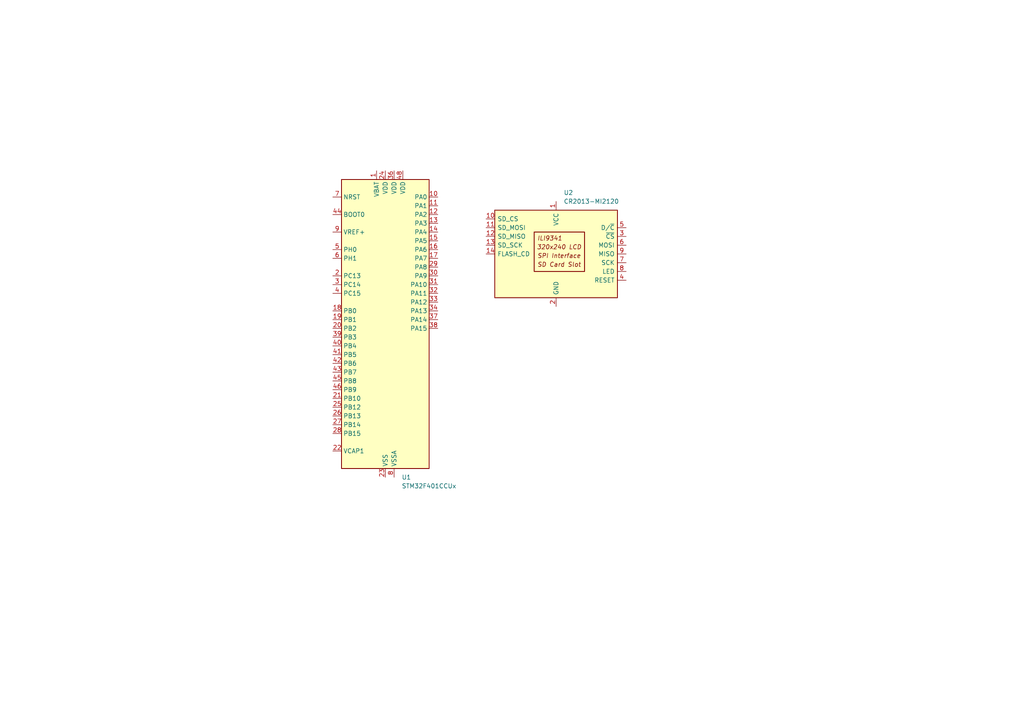
<source format=kicad_sch>
(kicad_sch (version 20231120) (generator "eeschema") (generator_version "8.0")
  (paper "A4")
  (lib_symbols
    (symbol "Driver_Display:CR2013-MI2120" (pin_names (offset 0.762))
      (property "Reference" "U" (at -17.526 13.97 0))
      (property "Value" "CR2013-MI2120" (at 1.905 13.97 0))
      (symbol "CR2013-MI2120_0_0"
        (text "320x240 LCD" (at 0.889 2.032 0) (effects (font (size 1.27 1.27) (italic yes))))
        (text "ILI9341" (at -5.461 4.572 0) (effects (font (size 1.27 1.27) (italic yes)) (justify left)))
        (text "SD Card Slot" (at -5.461 -3.048 0) (effects (font (size 1.27 1.27) (italic yes)) (justify left)))
        (text "SPI Interface" (at -5.461 -0.508 0) (effects (font (size 1.27 1.27) (italic yes)) (justify left)))
      )
      (symbol "CR2013-MI2120_0_1"
        (rectangle (start -17.78 12.7) (end 17.78 -12.7) (stroke (width 0.254)) (fill (type background)))
        (rectangle (start -6.35 6.35) (end 8.255 -5.08) (stroke (width 0.254)))
      )
      (symbol "CR2013-MI2120_1_1"
        (pin power_in line (at 0 15.24 270) (length 2.54) (name "VCC") (number "1"))
        (pin input line (at -20.32 10.16 0) (length 2.54) (name "SD_CS") (number "10"))
        (pin input line (at -20.32 7.62 0) (length 2.54) (name "SD_MOSI") (number "11"))
        (pin output line (at -20.32 5.08 0) (length 2.54) (name "SD_MISO") (number "12"))
        (pin input line (at -20.32 2.54 0) (length 2.54) (name "SD_SCK") (number "13"))
        (pin input line (at -20.32 0 0) (length 2.54) (name "FLASH_CD") (number "14"))
        (pin power_in line (at 0 -15.24 90) (length 2.54) (name "GND") (number "2"))
        (pin input line (at 20.32 5.08 180) (length 2.54) (name "~{CS}") (number "3"))
        (pin input line (at 20.32 -7.62 180) (length 2.54) (name "RESET") (number "4"))
        (pin input line (at 20.32 7.62 180) (length 2.54) (name "D/~{C}") (number "5"))
        (pin input line (at 20.32 2.54 180) (length 2.54) (name "MOSI") (number "6"))
        (pin input line (at 20.32 -2.54 180) (length 2.54) (name "SCK") (number "7"))
        (pin input line (at 20.32 -5.08 180) (length 2.54) (name "LED") (number "8"))
        (pin output line (at 20.32 0 180) (length 2.54) (name "MISO") (number "9"))
      )
    )
    (symbol "MCU_ST_STM32F4:STM32F401CCUx"
      (property "Reference" "U" (at -12.7 44.45 0))
      (property "Value" "STM32F401CCUx" (at 7.62 44.45 0))
      (symbol "STM32F401CCUx_0_1"
        (rectangle (start -12.7 -40.64) (end 12.7 43.18) (stroke (width 0.254)) (fill (type background)))
      )
      (symbol "STM32F401CCUx_1_1"
        (pin power_in line (at -2.54 45.72 270) (length 2.54) (name "VBAT") (number "1"))
        (pin bidirectional line (at 15.24 38.1 180) (length 2.54) (name "PA0") (number "10"))
        (pin bidirectional line (at 15.24 35.56 180) (length 2.54) (name "PA1") (number "11"))
        (pin bidirectional line (at 15.24 33.02 180) (length 2.54) (name "PA2") (number "12"))
        (pin bidirectional line (at 15.24 30.48 180) (length 2.54) (name "PA3") (number "13"))
        (pin bidirectional line (at 15.24 27.94 180) (length 2.54) (name "PA4") (number "14"))
        (pin bidirectional line (at 15.24 25.4 180) (length 2.54) (name "PA5") (number "15"))
        (pin bidirectional line (at 15.24 22.86 180) (length 2.54) (name "PA6") (number "16"))
        (pin bidirectional line (at 15.24 20.32 180) (length 2.54) (name "PA7") (number "17"))
        (pin bidirectional line (at -15.24 5.08 0) (length 2.54) (name "PB0") (number "18"))
        (pin bidirectional line (at -15.24 2.54 0) (length 2.54) (name "PB1") (number "19"))
        (pin bidirectional line (at -15.24 15.24 0) (length 2.54) (name "PC13") (number "2"))
        (pin bidirectional line (at -15.24 0 0) (length 2.54) (name "PB2") (number "20"))
        (pin bidirectional line (at -15.24 -20.32 0) (length 2.54) (name "PB10") (number "21"))
        (pin power_out line (at -15.24 -35.56 0) (length 2.54) (name "VCAP1") (number "22"))
        (pin power_in line (at 0 -43.18 90) (length 2.54) (name "VSS") (number "23"))
        (pin power_in line (at 0 45.72 270) (length 2.54) (name "VDD") (number "24"))
        (pin bidirectional line (at -15.24 -22.86 0) (length 2.54) (name "PB12") (number "25"))
        (pin bidirectional line (at -15.24 -25.4 0) (length 2.54) (name "PB13") (number "26"))
        (pin bidirectional line (at -15.24 -27.94 0) (length 2.54) (name "PB14") (number "27"))
        (pin bidirectional line (at -15.24 -30.48 0) (length 2.54) (name "PB15") (number "28"))
        (pin bidirectional line (at 15.24 17.78 180) (length 2.54) (name "PA8") (number "29"))
        (pin bidirectional line (at -15.24 12.7 0) (length 2.54) (name "PC14") (number "3"))
        (pin bidirectional line (at 15.24 15.24 180) (length 2.54) (name "PA9") (number "30"))
        (pin bidirectional line (at 15.24 12.7 180) (length 2.54) (name "PA10") (number "31"))
        (pin bidirectional line (at 15.24 10.16 180) (length 2.54) (name "PA11") (number "32"))
        (pin bidirectional line (at 15.24 7.62 180) (length 2.54) (name "PA12") (number "33"))
        (pin bidirectional line (at 15.24 5.08 180) (length 2.54) (name "PA13") (number "34"))
        (pin passive line (at 0 -43.18 90) (length 2.54) hide (name "VSS") (number "35"))
        (pin power_in line (at 2.54 45.72 270) (length 2.54) (name "VDD") (number "36"))
        (pin bidirectional line (at 15.24 2.54 180) (length 2.54) (name "PA14") (number "37"))
        (pin bidirectional line (at 15.24 0 180) (length 2.54) (name "PA15") (number "38"))
        (pin bidirectional line (at -15.24 -2.54 0) (length 2.54) (name "PB3") (number "39"))
        (pin bidirectional line (at -15.24 10.16 0) (length 2.54) (name "PC15") (number "4"))
        (pin bidirectional line (at -15.24 -5.08 0) (length 2.54) (name "PB4") (number "40"))
        (pin bidirectional line (at -15.24 -7.62 0) (length 2.54) (name "PB5") (number "41"))
        (pin bidirectional line (at -15.24 -10.16 0) (length 2.54) (name "PB6") (number "42"))
        (pin bidirectional line (at -15.24 -12.7 0) (length 2.54) (name "PB7") (number "43"))
        (pin input line (at -15.24 33.02 0) (length 2.54) (name "BOOT0") (number "44"))
        (pin bidirectional line (at -15.24 -15.24 0) (length 2.54) (name "PB8") (number "45"))
        (pin bidirectional line (at -15.24 -17.78 0) (length 2.54) (name "PB9") (number "46"))
        (pin passive line (at 0 -43.18 90) (length 2.54) hide (name "VSS") (number "47"))
        (pin power_in line (at 5.08 45.72 270) (length 2.54) (name "VDD") (number "48"))
        (pin passive line (at 0 -43.18 90) (length 2.54) hide (name "VSS") (number "49"))
        (pin bidirectional line (at -15.24 22.86 0) (length 2.54) (name "PH0") (number "5"))
        (pin bidirectional line (at -15.24 20.32 0) (length 2.54) (name "PH1") (number "6"))
        (pin input line (at -15.24 38.1 0) (length 2.54) (name "NRST") (number "7"))
        (pin power_in line (at 2.54 -43.18 90) (length 2.54) (name "VSSA") (number "8"))
        (pin input line (at -15.24 27.94 0) (length 2.54) (name "VREF+") (number "9"))
      )
    )
  )
  (symbol (lib_id "Driver_Display:CR2013-MI2120") (at 161.29 73.66 0) (unit 1)
    (property "Reference" "U2" (at 163.4841 55.88 0) (effects (justify left)))
    (property "Value" "CR2013-MI2120" (at 163.4841 58.42 0) (effects (justify left)))
    (property "Footprint" "Display:CR2013-MI2120" (effects (hide yes)))
    (property "Datasheet" "http://pan.baidu.com/s/11Y990" (effects (hide yes)))
    (property "Description" "ILI9341 controller, SPI TFT LCD Display, 9-pin breakout PCB, 4-pin SD card interface, 5V/3.3V" (effects (hide yes)))
  )
  (symbol (lib_id "MCU_ST_STM32F4:STM32F401CCUx") (at 111.76 95.25 0) (unit 1)
    (property "Reference" "U1" (at 116.4941 138.43 0) (effects (justify left)))
    (property "Value" "STM32F401CCUx" (at 116.4941 140.97 0) (effects (justify left)))
    (property "Footprint" "Package_DFN_QFN:QFN-48-1EP_7x7mm_P0.5mm_EP5.6x5.6mm" (effects (hide yes)))
    (property "Datasheet" "https://www.st.com/resource/en/datasheet/stm32f401cc.pdf" (effects (hide yes)))
    (property "Description" "STMicroelectronics Arm Cortex-M4 MCU, 256KB flash, 64KB RAM, 84 MHz, 1.7-3.6V, 36 GPIO, UFQFPN48" (effects (hide yes)))
  )
)
</source>
